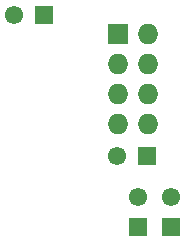
<source format=gbs>
G04 #@! TF.GenerationSoftware,KiCad,Pcbnew,(5.0.0)*
G04 #@! TF.CreationDate,2018-09-10T01:39:48-04:00*
G04 #@! TF.ProjectId,EEG_ADS1299,4545475F414453313239392E6B696361,rev?*
G04 #@! TF.SameCoordinates,Original*
G04 #@! TF.FileFunction,Soldermask,Bot*
G04 #@! TF.FilePolarity,Negative*
%FSLAX46Y46*%
G04 Gerber Fmt 4.6, Leading zero omitted, Abs format (unit mm)*
G04 Created by KiCad (PCBNEW (5.0.0)) date 09/10/18 01:39:48*
%MOMM*%
%LPD*%
G01*
G04 APERTURE LIST*
%ADD10R,1.554000X1.554000*%
%ADD11C,1.554000*%
%ADD12R,1.730000X1.730000*%
%ADD13O,1.730000X1.730000*%
G04 APERTURE END LIST*
D10*
G04 #@! TO.C,P1*
X309750000Y-144910000D03*
D11*
X309750000Y-142370000D03*
G04 #@! TD*
D10*
G04 #@! TO.C,P3*
X312550000Y-144910000D03*
D11*
X312550000Y-142370000D03*
G04 #@! TD*
G04 #@! TO.C,J2*
X307990000Y-138900000D03*
D10*
X310530000Y-138900000D03*
G04 #@! TD*
G04 #@! TO.C,P2*
X301780000Y-126930000D03*
D11*
X299240000Y-126930000D03*
G04 #@! TD*
D12*
G04 #@! TO.C,J1*
X308040000Y-128540000D03*
D13*
X310580000Y-128540000D03*
X308040000Y-131080000D03*
X310580000Y-131080000D03*
X308040000Y-133620000D03*
X310580000Y-133620000D03*
X308040000Y-136160000D03*
X310580000Y-136160000D03*
G04 #@! TD*
M02*

</source>
